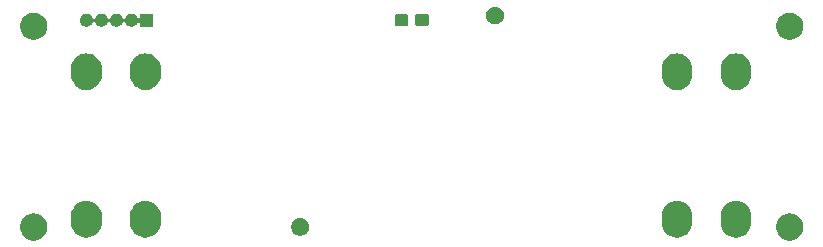
<source format=gts>
G04 #@! TF.GenerationSoftware,KiCad,Pcbnew,(5.1.5-0-10_14)*
G04 #@! TF.CreationDate,2021-02-01T23:02:05+09:00*
G04 #@! TF.ProjectId,StickMouse,53746963-6b4d-46f7-9573-652e6b696361,V1.0*
G04 #@! TF.SameCoordinates,Original*
G04 #@! TF.FileFunction,Soldermask,Top*
G04 #@! TF.FilePolarity,Negative*
%FSLAX46Y46*%
G04 Gerber Fmt 4.6, Leading zero omitted, Abs format (unit mm)*
G04 Created by KiCad (PCBNEW (5.1.5-0-10_14)) date 2021-02-01 23:02:05*
%MOMM*%
%LPD*%
G04 APERTURE LIST*
%ADD10C,0.100000*%
G04 APERTURE END LIST*
D10*
G36*
X32224549Y-5871116D02*
G01*
X32335734Y-5893232D01*
X32545203Y-5979997D01*
X32733720Y-6105960D01*
X32894040Y-6266280D01*
X33020003Y-6454797D01*
X33106768Y-6664266D01*
X33151000Y-6886636D01*
X33151000Y-7113364D01*
X33106768Y-7335734D01*
X33020003Y-7545203D01*
X32894040Y-7733720D01*
X32733720Y-7894040D01*
X32545203Y-8020003D01*
X32335734Y-8106768D01*
X32224549Y-8128884D01*
X32113365Y-8151000D01*
X31886635Y-8151000D01*
X31775451Y-8128884D01*
X31664266Y-8106768D01*
X31454797Y-8020003D01*
X31266280Y-7894040D01*
X31105960Y-7733720D01*
X30979997Y-7545203D01*
X30893232Y-7335734D01*
X30849000Y-7113364D01*
X30849000Y-6886636D01*
X30893232Y-6664266D01*
X30979997Y-6454797D01*
X31105960Y-6266280D01*
X31266280Y-6105960D01*
X31454797Y-5979997D01*
X31664266Y-5893232D01*
X31775451Y-5871116D01*
X31886635Y-5849000D01*
X32113365Y-5849000D01*
X32224549Y-5871116D01*
G37*
G36*
X-31775451Y-5871116D02*
G01*
X-31664266Y-5893232D01*
X-31454797Y-5979997D01*
X-31266280Y-6105960D01*
X-31105960Y-6266280D01*
X-30979997Y-6454797D01*
X-30893232Y-6664266D01*
X-30849000Y-6886636D01*
X-30849000Y-7113364D01*
X-30893232Y-7335734D01*
X-30979997Y-7545203D01*
X-31105960Y-7733720D01*
X-31266280Y-7894040D01*
X-31454797Y-8020003D01*
X-31664266Y-8106768D01*
X-31775451Y-8128884D01*
X-31886635Y-8151000D01*
X-32113365Y-8151000D01*
X-32224549Y-8128884D01*
X-32335734Y-8106768D01*
X-32545203Y-8020003D01*
X-32733720Y-7894040D01*
X-32894040Y-7733720D01*
X-33020003Y-7545203D01*
X-33106768Y-7335734D01*
X-33151000Y-7113364D01*
X-33151000Y-6886636D01*
X-33106768Y-6664266D01*
X-33020003Y-6454797D01*
X-32894040Y-6266280D01*
X-32733720Y-6105960D01*
X-32545203Y-5979997D01*
X-32335734Y-5893232D01*
X-32224549Y-5871116D01*
X-32113365Y-5849000D01*
X-31886635Y-5849000D01*
X-31775451Y-5871116D01*
G37*
G36*
X-27294961Y-4817825D02*
G01*
X-27049721Y-4892218D01*
X-26823707Y-5013025D01*
X-26625604Y-5175604D01*
X-26463025Y-5373706D01*
X-26342218Y-5599720D01*
X-26267825Y-5844960D01*
X-26249000Y-6036095D01*
X-26249000Y-6663904D01*
X-26267825Y-6855039D01*
X-26342218Y-7100279D01*
X-26463025Y-7326294D01*
X-26505376Y-7377899D01*
X-26625603Y-7524397D01*
X-26772101Y-7644624D01*
X-26823706Y-7686975D01*
X-27049720Y-7807782D01*
X-27294960Y-7882175D01*
X-27550000Y-7907294D01*
X-27805039Y-7882175D01*
X-28050279Y-7807782D01*
X-28276293Y-7686975D01*
X-28402572Y-7583340D01*
X-28474396Y-7524396D01*
X-28636976Y-7326293D01*
X-28757781Y-7100282D01*
X-28765763Y-7073968D01*
X-28832175Y-6855040D01*
X-28850964Y-6664267D01*
X-28851000Y-6663906D01*
X-28851000Y-6036095D01*
X-28832175Y-5844962D01*
X-28832175Y-5844961D01*
X-28757782Y-5599721D01*
X-28636975Y-5373707D01*
X-28474396Y-5175604D01*
X-28276294Y-5013025D01*
X-28276295Y-5013025D01*
X-28276293Y-5013024D01*
X-28050282Y-4892219D01*
X-28050280Y-4892218D01*
X-27805040Y-4817825D01*
X-27550000Y-4792706D01*
X-27294961Y-4817825D01*
G37*
G36*
X-22294961Y-4817825D02*
G01*
X-22049721Y-4892218D01*
X-21823707Y-5013025D01*
X-21625604Y-5175604D01*
X-21463025Y-5373706D01*
X-21342218Y-5599720D01*
X-21267825Y-5844960D01*
X-21249000Y-6036095D01*
X-21249000Y-6663904D01*
X-21267825Y-6855039D01*
X-21342218Y-7100279D01*
X-21463025Y-7326294D01*
X-21505376Y-7377899D01*
X-21625603Y-7524397D01*
X-21772101Y-7644624D01*
X-21823706Y-7686975D01*
X-22049720Y-7807782D01*
X-22294960Y-7882175D01*
X-22550000Y-7907294D01*
X-22805039Y-7882175D01*
X-23050279Y-7807782D01*
X-23276293Y-7686975D01*
X-23402572Y-7583340D01*
X-23474396Y-7524396D01*
X-23636976Y-7326293D01*
X-23757781Y-7100282D01*
X-23765763Y-7073968D01*
X-23832175Y-6855040D01*
X-23850964Y-6664267D01*
X-23851000Y-6663906D01*
X-23851000Y-6036095D01*
X-23832175Y-5844962D01*
X-23832175Y-5844961D01*
X-23757782Y-5599721D01*
X-23636975Y-5373707D01*
X-23474396Y-5175604D01*
X-23276294Y-5013025D01*
X-23276295Y-5013025D01*
X-23276293Y-5013024D01*
X-23050282Y-4892219D01*
X-23050280Y-4892218D01*
X-22805040Y-4817825D01*
X-22550000Y-4792706D01*
X-22294961Y-4817825D01*
G37*
G36*
X22705039Y-4817825D02*
G01*
X22950279Y-4892218D01*
X23176293Y-5013025D01*
X23374396Y-5175604D01*
X23536975Y-5373706D01*
X23657782Y-5599720D01*
X23732175Y-5844960D01*
X23751000Y-6036095D01*
X23751000Y-6663904D01*
X23732175Y-6855039D01*
X23657782Y-7100279D01*
X23536975Y-7326294D01*
X23494624Y-7377899D01*
X23374397Y-7524397D01*
X23227899Y-7644624D01*
X23176294Y-7686975D01*
X22950280Y-7807782D01*
X22705040Y-7882175D01*
X22450000Y-7907294D01*
X22194961Y-7882175D01*
X21949721Y-7807782D01*
X21723707Y-7686975D01*
X21597428Y-7583340D01*
X21525604Y-7524396D01*
X21363024Y-7326293D01*
X21242219Y-7100282D01*
X21234237Y-7073968D01*
X21167825Y-6855040D01*
X21149036Y-6664267D01*
X21149000Y-6663906D01*
X21149000Y-6036095D01*
X21167825Y-5844962D01*
X21167825Y-5844961D01*
X21242218Y-5599721D01*
X21363025Y-5373707D01*
X21525604Y-5175604D01*
X21723706Y-5013025D01*
X21723705Y-5013025D01*
X21723707Y-5013024D01*
X21949718Y-4892219D01*
X21949720Y-4892218D01*
X22194960Y-4817825D01*
X22450000Y-4792706D01*
X22705039Y-4817825D01*
G37*
G36*
X27705039Y-4817825D02*
G01*
X27950279Y-4892218D01*
X28176293Y-5013025D01*
X28374396Y-5175604D01*
X28536975Y-5373706D01*
X28657782Y-5599720D01*
X28732175Y-5844960D01*
X28751000Y-6036095D01*
X28751000Y-6663904D01*
X28732175Y-6855039D01*
X28657782Y-7100279D01*
X28536975Y-7326294D01*
X28494624Y-7377899D01*
X28374397Y-7524397D01*
X28227899Y-7644624D01*
X28176294Y-7686975D01*
X27950280Y-7807782D01*
X27705040Y-7882175D01*
X27450000Y-7907294D01*
X27194961Y-7882175D01*
X26949721Y-7807782D01*
X26723707Y-7686975D01*
X26597428Y-7583340D01*
X26525604Y-7524396D01*
X26363024Y-7326293D01*
X26242219Y-7100282D01*
X26234237Y-7073968D01*
X26167825Y-6855040D01*
X26149036Y-6664267D01*
X26149000Y-6663906D01*
X26149000Y-6036095D01*
X26167825Y-5844962D01*
X26167825Y-5844961D01*
X26242218Y-5599721D01*
X26363025Y-5373707D01*
X26525604Y-5175604D01*
X26723706Y-5013025D01*
X26723705Y-5013025D01*
X26723707Y-5013024D01*
X26949718Y-4892219D01*
X26949720Y-4892218D01*
X27194960Y-4817825D01*
X27450000Y-4792706D01*
X27705039Y-4817825D01*
G37*
G36*
X-9230941Y-6277860D02*
G01*
X-9094268Y-6334472D01*
X-8971265Y-6416660D01*
X-8866660Y-6521265D01*
X-8866659Y-6521267D01*
X-8784471Y-6644270D01*
X-8727860Y-6780941D01*
X-8699000Y-6926032D01*
X-8699000Y-7073968D01*
X-8727860Y-7219059D01*
X-8776188Y-7335734D01*
X-8784472Y-7355732D01*
X-8866660Y-7478735D01*
X-8971265Y-7583340D01*
X-9094268Y-7665528D01*
X-9094269Y-7665529D01*
X-9094270Y-7665529D01*
X-9230941Y-7722140D01*
X-9376032Y-7751000D01*
X-9523968Y-7751000D01*
X-9669059Y-7722140D01*
X-9805730Y-7665529D01*
X-9805731Y-7665529D01*
X-9805732Y-7665528D01*
X-9928735Y-7583340D01*
X-10033340Y-7478735D01*
X-10115528Y-7355732D01*
X-10123811Y-7335734D01*
X-10172140Y-7219059D01*
X-10201000Y-7073968D01*
X-10201000Y-6926032D01*
X-10172140Y-6780941D01*
X-10115529Y-6644270D01*
X-10033341Y-6521267D01*
X-10033340Y-6521265D01*
X-9928735Y-6416660D01*
X-9805732Y-6334472D01*
X-9669059Y-6277860D01*
X-9523968Y-6249000D01*
X-9376032Y-6249000D01*
X-9230941Y-6277860D01*
G37*
G36*
X-22294961Y7682175D02*
G01*
X-22049721Y7607782D01*
X-21823707Y7486975D01*
X-21625604Y7324396D01*
X-21463025Y7126294D01*
X-21342218Y6900280D01*
X-21267825Y6655040D01*
X-21249000Y6463905D01*
X-21249000Y5836096D01*
X-21267825Y5644961D01*
X-21342218Y5399721D01*
X-21463025Y5173706D01*
X-21505376Y5122101D01*
X-21625603Y4975603D01*
X-21772101Y4855376D01*
X-21823706Y4813025D01*
X-22049720Y4692218D01*
X-22294960Y4617825D01*
X-22550000Y4592706D01*
X-22805039Y4617825D01*
X-23050279Y4692218D01*
X-23276293Y4813025D01*
X-23363195Y4884344D01*
X-23474396Y4975604D01*
X-23636976Y5173707D01*
X-23757781Y5399718D01*
X-23832175Y5644961D01*
X-23851000Y5836094D01*
X-23851000Y6463905D01*
X-23832175Y6655038D01*
X-23832175Y6655039D01*
X-23757782Y6900279D01*
X-23636975Y7126293D01*
X-23474396Y7324396D01*
X-23276294Y7486975D01*
X-23276295Y7486975D01*
X-23276293Y7486976D01*
X-23050282Y7607781D01*
X-23050280Y7607782D01*
X-22805040Y7682175D01*
X-22550000Y7707294D01*
X-22294961Y7682175D01*
G37*
G36*
X-27294961Y7682175D02*
G01*
X-27049721Y7607782D01*
X-26823707Y7486975D01*
X-26625604Y7324396D01*
X-26463025Y7126294D01*
X-26342218Y6900280D01*
X-26267825Y6655040D01*
X-26249000Y6463905D01*
X-26249000Y5836096D01*
X-26267825Y5644961D01*
X-26342218Y5399721D01*
X-26463025Y5173706D01*
X-26505376Y5122101D01*
X-26625603Y4975603D01*
X-26772101Y4855376D01*
X-26823706Y4813025D01*
X-27049720Y4692218D01*
X-27294960Y4617825D01*
X-27550000Y4592706D01*
X-27805039Y4617825D01*
X-28050279Y4692218D01*
X-28276293Y4813025D01*
X-28363195Y4884344D01*
X-28474396Y4975604D01*
X-28636976Y5173707D01*
X-28757781Y5399718D01*
X-28832175Y5644961D01*
X-28851000Y5836094D01*
X-28851000Y6463905D01*
X-28832175Y6655038D01*
X-28832175Y6655039D01*
X-28757782Y6900279D01*
X-28636975Y7126293D01*
X-28474396Y7324396D01*
X-28276294Y7486975D01*
X-28276295Y7486975D01*
X-28276293Y7486976D01*
X-28050282Y7607781D01*
X-28050280Y7607782D01*
X-27805040Y7682175D01*
X-27550000Y7707294D01*
X-27294961Y7682175D01*
G37*
G36*
X27705039Y7682175D02*
G01*
X27950279Y7607782D01*
X28176293Y7486975D01*
X28374396Y7324396D01*
X28536975Y7126294D01*
X28657782Y6900280D01*
X28732175Y6655040D01*
X28751000Y6463905D01*
X28751000Y5836096D01*
X28732175Y5644961D01*
X28657782Y5399721D01*
X28536975Y5173706D01*
X28494624Y5122101D01*
X28374397Y4975603D01*
X28227899Y4855376D01*
X28176294Y4813025D01*
X27950280Y4692218D01*
X27705040Y4617825D01*
X27450000Y4592706D01*
X27194961Y4617825D01*
X26949721Y4692218D01*
X26723707Y4813025D01*
X26636805Y4884344D01*
X26525604Y4975604D01*
X26363024Y5173707D01*
X26242219Y5399718D01*
X26167825Y5644961D01*
X26149000Y5836094D01*
X26149000Y6463905D01*
X26167825Y6655038D01*
X26167825Y6655039D01*
X26242218Y6900279D01*
X26363025Y7126293D01*
X26525604Y7324396D01*
X26723706Y7486975D01*
X26723705Y7486975D01*
X26723707Y7486976D01*
X26949718Y7607781D01*
X26949720Y7607782D01*
X27194960Y7682175D01*
X27450000Y7707294D01*
X27705039Y7682175D01*
G37*
G36*
X22705039Y7682175D02*
G01*
X22950279Y7607782D01*
X23176293Y7486975D01*
X23374396Y7324396D01*
X23536975Y7126294D01*
X23657782Y6900280D01*
X23732175Y6655040D01*
X23751000Y6463905D01*
X23751000Y5836096D01*
X23732175Y5644961D01*
X23657782Y5399721D01*
X23536975Y5173706D01*
X23494624Y5122101D01*
X23374397Y4975603D01*
X23227899Y4855376D01*
X23176294Y4813025D01*
X22950280Y4692218D01*
X22705040Y4617825D01*
X22450000Y4592706D01*
X22194961Y4617825D01*
X21949721Y4692218D01*
X21723707Y4813025D01*
X21636805Y4884344D01*
X21525604Y4975604D01*
X21363024Y5173707D01*
X21242219Y5399718D01*
X21167825Y5644961D01*
X21149000Y5836094D01*
X21149000Y6463905D01*
X21167825Y6655038D01*
X21167825Y6655039D01*
X21242218Y6900279D01*
X21363025Y7126293D01*
X21525604Y7324396D01*
X21723706Y7486975D01*
X21723705Y7486975D01*
X21723707Y7486976D01*
X21949718Y7607781D01*
X21949720Y7607782D01*
X22194960Y7682175D01*
X22450000Y7707294D01*
X22705039Y7682175D01*
G37*
G36*
X32224549Y11128884D02*
G01*
X32335734Y11106768D01*
X32470370Y11051000D01*
X32541457Y11021555D01*
X32545203Y11020003D01*
X32733720Y10894040D01*
X32894040Y10733720D01*
X33013945Y10554269D01*
X33020004Y10545201D01*
X33020390Y10544268D01*
X33106768Y10335734D01*
X33151000Y10113364D01*
X33151000Y9886636D01*
X33106768Y9664266D01*
X33020003Y9454797D01*
X32894040Y9266280D01*
X32733720Y9105960D01*
X32545203Y8979997D01*
X32335734Y8893232D01*
X32224549Y8871116D01*
X32113365Y8849000D01*
X31886635Y8849000D01*
X31775451Y8871116D01*
X31664266Y8893232D01*
X31454797Y8979997D01*
X31266280Y9105960D01*
X31105960Y9266280D01*
X30979997Y9454797D01*
X30893232Y9664266D01*
X30849000Y9886636D01*
X30849000Y10113364D01*
X30893232Y10335734D01*
X30979610Y10544268D01*
X30979996Y10545201D01*
X30986055Y10554269D01*
X31105960Y10733720D01*
X31266280Y10894040D01*
X31454797Y11020003D01*
X31458544Y11021555D01*
X31529630Y11051000D01*
X31664266Y11106768D01*
X31775451Y11128884D01*
X31886635Y11151000D01*
X32113365Y11151000D01*
X32224549Y11128884D01*
G37*
G36*
X-31775451Y11128884D02*
G01*
X-31664266Y11106768D01*
X-31529630Y11051000D01*
X-31458543Y11021555D01*
X-31454797Y11020003D01*
X-31266280Y10894040D01*
X-31105960Y10733720D01*
X-30986055Y10554269D01*
X-30979996Y10545201D01*
X-30979610Y10544268D01*
X-30893232Y10335734D01*
X-30849000Y10113364D01*
X-30849000Y9886636D01*
X-30893232Y9664266D01*
X-30979997Y9454797D01*
X-31105960Y9266280D01*
X-31266280Y9105960D01*
X-31454797Y8979997D01*
X-31664266Y8893232D01*
X-31775451Y8871116D01*
X-31886635Y8849000D01*
X-32113365Y8849000D01*
X-32224549Y8871116D01*
X-32335734Y8893232D01*
X-32545203Y8979997D01*
X-32733720Y9105960D01*
X-32894040Y9266280D01*
X-33020003Y9454797D01*
X-33106768Y9664266D01*
X-33151000Y9886636D01*
X-33151000Y10113364D01*
X-33106768Y10335734D01*
X-33020390Y10544268D01*
X-33020004Y10545201D01*
X-33013945Y10554269D01*
X-32894040Y10733720D01*
X-32733720Y10894040D01*
X-32545203Y11020003D01*
X-32541456Y11021555D01*
X-32470370Y11051000D01*
X-32335734Y11106768D01*
X-32224549Y11128884D01*
X-32113365Y11151000D01*
X-31886635Y11151000D01*
X-31775451Y11128884D01*
G37*
G36*
X-27379279Y11029826D02*
G01*
X-27279005Y10988291D01*
X-27257569Y10973968D01*
X-27188758Y10927990D01*
X-27112010Y10851242D01*
X-27112009Y10851240D01*
X-27051709Y10760995D01*
X-27020484Y10685611D01*
X-27008933Y10664000D01*
X-26993388Y10645059D01*
X-26974446Y10629513D01*
X-26952835Y10617962D01*
X-26929386Y10610849D01*
X-26905000Y10608447D01*
X-26880614Y10610849D01*
X-26857165Y10617962D01*
X-26835554Y10629513D01*
X-26816613Y10645058D01*
X-26801067Y10664000D01*
X-26789516Y10685611D01*
X-26758291Y10760995D01*
X-26697991Y10851240D01*
X-26697990Y10851242D01*
X-26621242Y10927990D01*
X-26552431Y10973968D01*
X-26530995Y10988291D01*
X-26430721Y11029826D01*
X-26324270Y11051000D01*
X-26215730Y11051000D01*
X-26109279Y11029826D01*
X-26009005Y10988291D01*
X-25987569Y10973968D01*
X-25918758Y10927990D01*
X-25842010Y10851242D01*
X-25842009Y10851240D01*
X-25781709Y10760995D01*
X-25750484Y10685611D01*
X-25738933Y10664000D01*
X-25723388Y10645059D01*
X-25704446Y10629513D01*
X-25682835Y10617962D01*
X-25659386Y10610849D01*
X-25635000Y10608447D01*
X-25610614Y10610849D01*
X-25587165Y10617962D01*
X-25565554Y10629513D01*
X-25546613Y10645058D01*
X-25531067Y10664000D01*
X-25519516Y10685611D01*
X-25488291Y10760995D01*
X-25427991Y10851240D01*
X-25427990Y10851242D01*
X-25351242Y10927990D01*
X-25282431Y10973968D01*
X-25260995Y10988291D01*
X-25160721Y11029826D01*
X-25054270Y11051000D01*
X-24945730Y11051000D01*
X-24839279Y11029826D01*
X-24739005Y10988291D01*
X-24717569Y10973968D01*
X-24648758Y10927990D01*
X-24572010Y10851242D01*
X-24572009Y10851240D01*
X-24511709Y10760995D01*
X-24480484Y10685611D01*
X-24468933Y10664000D01*
X-24453388Y10645059D01*
X-24434446Y10629513D01*
X-24412835Y10617962D01*
X-24389386Y10610849D01*
X-24365000Y10608447D01*
X-24340614Y10610849D01*
X-24317165Y10617962D01*
X-24295554Y10629513D01*
X-24276613Y10645058D01*
X-24261067Y10664000D01*
X-24249516Y10685611D01*
X-24218291Y10760995D01*
X-24157991Y10851240D01*
X-24157990Y10851242D01*
X-24081242Y10927990D01*
X-24012431Y10973968D01*
X-23990995Y10988291D01*
X-23890721Y11029826D01*
X-23784270Y11051000D01*
X-23675730Y11051000D01*
X-23569279Y11029826D01*
X-23469005Y10988291D01*
X-23447569Y10973968D01*
X-23378758Y10927990D01*
X-23302010Y10851242D01*
X-23302009Y10851240D01*
X-23239932Y10758336D01*
X-23224386Y10739394D01*
X-23205444Y10723849D01*
X-23183833Y10712298D01*
X-23160385Y10705185D01*
X-23135998Y10702783D01*
X-23111612Y10705185D01*
X-23088163Y10712298D01*
X-23066553Y10723849D01*
X-23047611Y10739395D01*
X-23032066Y10758337D01*
X-23020515Y10779948D01*
X-23013402Y10803396D01*
X-23011000Y10827782D01*
X-23011000Y11051000D01*
X-21909000Y11051000D01*
X-21909000Y9949000D01*
X-23011000Y9949000D01*
X-23011000Y10172218D01*
X-23013402Y10196604D01*
X-23020515Y10220053D01*
X-23032066Y10241664D01*
X-23047611Y10260606D01*
X-23066553Y10276151D01*
X-23088164Y10287702D01*
X-23111613Y10294815D01*
X-23135999Y10297217D01*
X-23160385Y10294815D01*
X-23183834Y10287702D01*
X-23205445Y10276151D01*
X-23224387Y10260606D01*
X-23239932Y10241664D01*
X-23277332Y10185691D01*
X-23302010Y10148758D01*
X-23378758Y10072010D01*
X-23391575Y10063446D01*
X-23469005Y10011709D01*
X-23569279Y9970174D01*
X-23675730Y9949000D01*
X-23784270Y9949000D01*
X-23890721Y9970174D01*
X-23990995Y10011709D01*
X-24068425Y10063446D01*
X-24081242Y10072010D01*
X-24157990Y10148758D01*
X-24189959Y10196604D01*
X-24218291Y10239005D01*
X-24249516Y10314389D01*
X-24261067Y10336000D01*
X-24276612Y10354941D01*
X-24295554Y10370487D01*
X-24317165Y10382038D01*
X-24340614Y10389151D01*
X-24365000Y10391553D01*
X-24389386Y10389151D01*
X-24412835Y10382038D01*
X-24434446Y10370487D01*
X-24453387Y10354942D01*
X-24468933Y10336000D01*
X-24480484Y10314389D01*
X-24511709Y10239005D01*
X-24540041Y10196604D01*
X-24572010Y10148758D01*
X-24648758Y10072010D01*
X-24661575Y10063446D01*
X-24739005Y10011709D01*
X-24839279Y9970174D01*
X-24945730Y9949000D01*
X-25054270Y9949000D01*
X-25160721Y9970174D01*
X-25260995Y10011709D01*
X-25338425Y10063446D01*
X-25351242Y10072010D01*
X-25427990Y10148758D01*
X-25459959Y10196604D01*
X-25488291Y10239005D01*
X-25519516Y10314389D01*
X-25531067Y10336000D01*
X-25546612Y10354941D01*
X-25565554Y10370487D01*
X-25587165Y10382038D01*
X-25610614Y10389151D01*
X-25635000Y10391553D01*
X-25659386Y10389151D01*
X-25682835Y10382038D01*
X-25704446Y10370487D01*
X-25723387Y10354942D01*
X-25738933Y10336000D01*
X-25750484Y10314389D01*
X-25781709Y10239005D01*
X-25810041Y10196604D01*
X-25842010Y10148758D01*
X-25918758Y10072010D01*
X-25931575Y10063446D01*
X-26009005Y10011709D01*
X-26109279Y9970174D01*
X-26215730Y9949000D01*
X-26324270Y9949000D01*
X-26430721Y9970174D01*
X-26530995Y10011709D01*
X-26608425Y10063446D01*
X-26621242Y10072010D01*
X-26697990Y10148758D01*
X-26729959Y10196604D01*
X-26758291Y10239005D01*
X-26789516Y10314389D01*
X-26801067Y10336000D01*
X-26816612Y10354941D01*
X-26835554Y10370487D01*
X-26857165Y10382038D01*
X-26880614Y10389151D01*
X-26905000Y10391553D01*
X-26929386Y10389151D01*
X-26952835Y10382038D01*
X-26974446Y10370487D01*
X-26993387Y10354942D01*
X-27008933Y10336000D01*
X-27020484Y10314389D01*
X-27051709Y10239005D01*
X-27080041Y10196604D01*
X-27112010Y10148758D01*
X-27188758Y10072010D01*
X-27201575Y10063446D01*
X-27279005Y10011709D01*
X-27379279Y9970174D01*
X-27485730Y9949000D01*
X-27594270Y9949000D01*
X-27700721Y9970174D01*
X-27800995Y10011709D01*
X-27878425Y10063446D01*
X-27891242Y10072010D01*
X-27967990Y10148758D01*
X-27999959Y10196604D01*
X-28028291Y10239005D01*
X-28069826Y10339279D01*
X-28091000Y10445730D01*
X-28091000Y10554270D01*
X-28069826Y10660721D01*
X-28028291Y10760995D01*
X-27967991Y10851240D01*
X-27967990Y10851242D01*
X-27891242Y10927990D01*
X-27822431Y10973968D01*
X-27800995Y10988291D01*
X-27700721Y11029826D01*
X-27594270Y11051000D01*
X-27485730Y11051000D01*
X-27379279Y11029826D01*
G37*
G36*
X-460501Y11021555D02*
G01*
X-423005Y11010180D01*
X-388446Y10991708D01*
X-358153Y10966847D01*
X-333292Y10936554D01*
X-314820Y10901995D01*
X-303445Y10864499D01*
X-299000Y10819362D01*
X-299000Y10180638D01*
X-303445Y10135501D01*
X-314820Y10098005D01*
X-333292Y10063446D01*
X-358153Y10033153D01*
X-388446Y10008292D01*
X-423005Y9989820D01*
X-460501Y9978445D01*
X-505638Y9974000D01*
X-1244362Y9974000D01*
X-1289499Y9978445D01*
X-1326995Y9989820D01*
X-1361554Y10008292D01*
X-1391847Y10033153D01*
X-1416708Y10063446D01*
X-1435180Y10098005D01*
X-1446555Y10135501D01*
X-1451000Y10180638D01*
X-1451000Y10819362D01*
X-1446555Y10864499D01*
X-1435180Y10901995D01*
X-1416708Y10936554D01*
X-1391847Y10966847D01*
X-1361554Y10991708D01*
X-1326995Y11010180D01*
X-1289499Y11021555D01*
X-1244362Y11026000D01*
X-505638Y11026000D01*
X-460501Y11021555D01*
G37*
G36*
X1289499Y11021555D02*
G01*
X1326995Y11010180D01*
X1361554Y10991708D01*
X1391847Y10966847D01*
X1416708Y10936554D01*
X1435180Y10901995D01*
X1446555Y10864499D01*
X1451000Y10819362D01*
X1451000Y10180638D01*
X1446555Y10135501D01*
X1435180Y10098005D01*
X1416708Y10063446D01*
X1391847Y10033153D01*
X1361554Y10008292D01*
X1326995Y9989820D01*
X1289499Y9978445D01*
X1244362Y9974000D01*
X505638Y9974000D01*
X460501Y9978445D01*
X423005Y9989820D01*
X388446Y10008292D01*
X358153Y10033153D01*
X333292Y10063446D01*
X314820Y10098005D01*
X303445Y10135501D01*
X299000Y10180638D01*
X299000Y10819362D01*
X303445Y10864499D01*
X314820Y10901995D01*
X333292Y10936554D01*
X358153Y10966847D01*
X388446Y10991708D01*
X423005Y11010180D01*
X460501Y11021555D01*
X505638Y11026000D01*
X1244362Y11026000D01*
X1289499Y11021555D01*
G37*
G36*
X7269059Y11622140D02*
G01*
X7405732Y11565528D01*
X7528735Y11483340D01*
X7633340Y11378735D01*
X7633341Y11378733D01*
X7715529Y11255730D01*
X7772140Y11119059D01*
X7801000Y10973968D01*
X7801000Y10826032D01*
X7772140Y10680941D01*
X7715915Y10545201D01*
X7715528Y10544268D01*
X7633340Y10421265D01*
X7528735Y10316660D01*
X7405732Y10234472D01*
X7405731Y10234471D01*
X7405730Y10234471D01*
X7269059Y10177860D01*
X7123968Y10149000D01*
X6976032Y10149000D01*
X6830941Y10177860D01*
X6694270Y10234471D01*
X6694269Y10234471D01*
X6694268Y10234472D01*
X6571265Y10316660D01*
X6466660Y10421265D01*
X6384472Y10544268D01*
X6384086Y10545201D01*
X6327860Y10680941D01*
X6299000Y10826032D01*
X6299000Y10973968D01*
X6327860Y11119059D01*
X6384471Y11255730D01*
X6466659Y11378733D01*
X6466660Y11378735D01*
X6571265Y11483340D01*
X6694268Y11565528D01*
X6830941Y11622140D01*
X6976032Y11651000D01*
X7123968Y11651000D01*
X7269059Y11622140D01*
G37*
M02*

</source>
